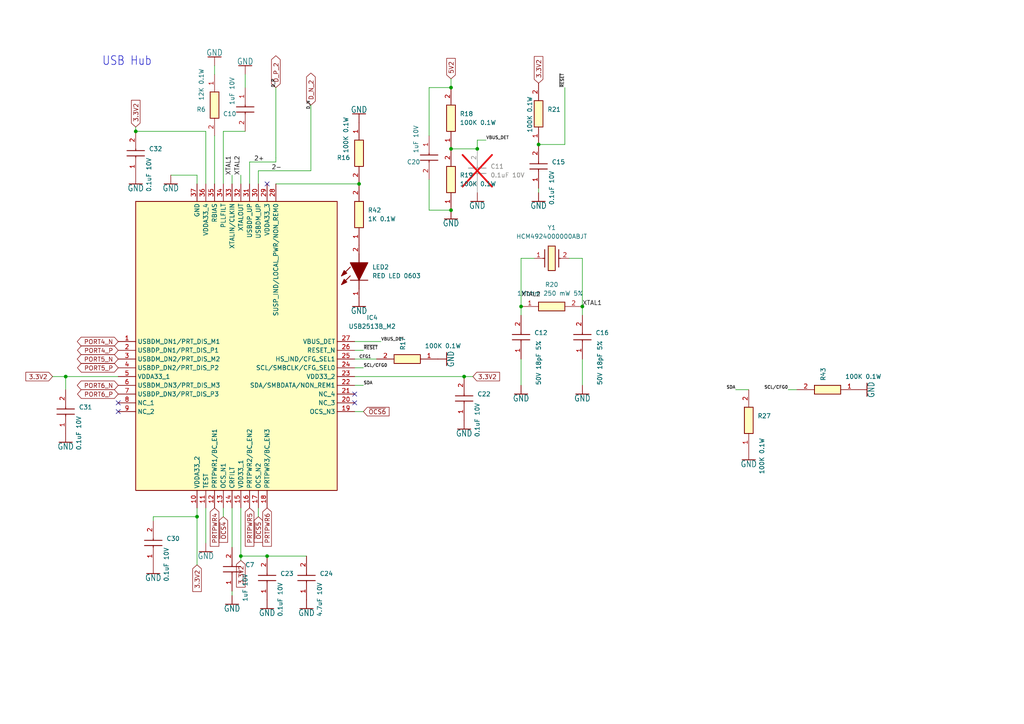
<source format=kicad_sch>
(kicad_sch (version 20230121) (generator eeschema)
  (paper "A4")
  (lib_symbols
    (symbol "Qwiic-USB_Hub-eagle-import:GND" (power)
      (property "Value" "GND" (at 0 -0.254 0))
      (symbol "GND_1_0"
        (polyline (pts (xy -1.905 0) (xy 1.905 0)) (stroke (width 0.254)))
        (pin power_in line (at 0 2.54 270) (length 2.54) (name "GND") (number "1"))
      )
    )
    (symbol "SamacSys_Parts:06035A180J4T2A" (pin_names hide)
      (property "Reference" "C" (at 8.89 6.35 0))
      (property "Value" "06035A180J4T2A" (at 8.89 3.81 0))
      (symbol "06035A180J4T2A_1_1"
        (polyline (pts (xy 5.08 0) (xy 5.588 0)) (stroke (width 0.254)))
        (polyline (pts (xy 5.588 2.54) (xy 5.588 -2.54)) (stroke (width 0.254)))
        (polyline (pts (xy 7.112 0) (xy 7.62 0)) (stroke (width 0.254)))
        (polyline (pts (xy 7.112 2.54) (xy 7.112 -2.54)) (stroke (width 0.254)))
        (pin passive line (at 0 0 0) (length 5.08) (name "1") (number "1"))
        (pin passive line (at 12.7 0 180) (length 5.08) (name "2") (number "2"))
      )
    )
    (symbol "SamacSys_Parts:B1931URO-20D000114U1930" (pin_names hide)
      (property "Reference" "LED" (at 12.7 8.89 0))
      (property "Value" "B1931URO-20D000114U1930" (at 12.7 6.35 0))
      (symbol "B1931URO-20D000114U1930_1_1"
        (polyline (pts (xy 2.54 0) (xy 5.08 0)) (stroke (width 0.254)))
        (polyline (pts (xy 5.08 2.54) (xy 5.08 -2.54)) (stroke (width 0.254)))
        (polyline (pts (xy 6.35 2.54) (xy 3.81 5.08)) (stroke (width 0.254)))
        (polyline (pts (xy 8.89 2.54) (xy 6.35 5.08)) (stroke (width 0.254)))
        (polyline (pts (xy 10.16 0) (xy 12.7 0)) (stroke (width 0.254)))
        (polyline (pts (xy 5.08 0) (xy 10.16 2.54) (xy 10.16 -2.54) (xy 5.08 0)) (stroke (width 0.254)) (fill (type outline)))
        (polyline (pts (xy 5.334 4.318) (xy 4.572 3.556) (xy 3.81 5.08) (xy 5.334 4.318)) (stroke (width 0.254)) (fill (type outline)))
        (polyline (pts (xy 7.874 4.318) (xy 7.112 3.556) (xy 6.35 5.08) (xy 7.874 4.318)) (stroke (width 0.254)) (fill (type outline)))
        (pin passive line (at 0 0 0) (length 2.54) (name "K") (number "1"))
        (pin passive line (at 15.24 0 180) (length 2.54) (name "A") (number "2"))
      )
    )
    (symbol "SamacSys_Parts:C0603T104K8RAC7867" (pin_names hide)
      (property "Reference" "C" (at 8.89 6.35 0))
      (property "Value" "C0603T104K8RAC7867" (at 8.89 3.81 0))
      (symbol "C0603T104K8RAC7867_1_1"
        (polyline (pts (xy 5.08 0) (xy 5.588 0)) (stroke (width 0.254)))
        (polyline (pts (xy 5.588 2.54) (xy 5.588 -2.54)) (stroke (width 0.254)))
        (polyline (pts (xy 7.112 0) (xy 7.62 0)) (stroke (width 0.254)))
        (polyline (pts (xy 7.112 2.54) (xy 7.112 -2.54)) (stroke (width 0.254)))
        (pin passive line (at 0 0 0) (length 5.08) (name "1") (number "1"))
        (pin passive line (at 12.7 0 180) (length 5.08) (name "2") (number "2"))
      )
    )
    (symbol "SamacSys_Parts:ERJ-PA3J105V" (pin_names hide)
      (property "Reference" "R" (at 13.97 6.35 0))
      (property "Value" "ERJ-PA3J105V" (at 13.97 3.81 0))
      (symbol "ERJ-PA3J105V_1_1"
        (rectangle (start 5.08 1.27) (end 12.7 -1.27) (stroke (width 0.254)) (fill (type background)))
        (pin passive line (at 0 0 0) (length 5.08) (name "1") (number "1"))
        (pin passive line (at 17.78 0 180) (length 5.08) (name "2") (number "2"))
      )
    )
    (symbol "SamacSys_Parts:HCM4924000000ABJT" (pin_names hide)
      (property "Reference" "Y" (at 8.89 6.35 0))
      (property "Value" "HCM4924000000ABJT" (at 8.89 3.81 0))
      (symbol "HCM4924000000ABJT_1_1"
        (polyline (pts (xy 3.048 0) (xy 2.54 0)) (stroke (width 0.254)))
        (polyline (pts (xy 3.048 2.54) (xy 3.048 -2.54)) (stroke (width 0.254)))
        (polyline (pts (xy 7.112 0) (xy 7.62 0)) (stroke (width 0.254)))
        (polyline (pts (xy 7.112 2.54) (xy 7.112 -2.54)) (stroke (width 0.254)))
        (rectangle (start 4.064 3.556) (end 6.096 -3.556) (stroke (width 0.254)) (fill (type background)))
        (pin passive line (at 10.16 0 180) (length 2.54) (name "1") (number "1"))
        (pin passive line (at 0 0 0) (length 2.54) (name "CRYSTAL_2") (number "2"))
      )
    )
    (symbol "SamacSys_Parts:RMCF0603FT100K" (pin_names hide)
      (property "Reference" "R" (at 13.97 6.35 0))
      (property "Value" "RMCF0603FT100K" (at 13.97 3.81 0))
      (symbol "RMCF0603FT100K_1_1"
        (rectangle (start 5.08 1.27) (end 12.7 -1.27) (stroke (width 0.254)) (fill (type background)))
        (pin passive line (at 0 0 0) (length 5.08) (name "1") (number "1"))
        (pin passive line (at 17.78 0 180) (length 5.08) (name "2") (number "2"))
      )
    )
    (symbol "SamacSys_Parts:RMCF0603FT12K0" (pin_names hide)
      (property "Reference" "R" (at 13.97 6.35 0))
      (property "Value" "RMCF0603FT12K0" (at 13.97 3.81 0))
      (symbol "RMCF0603FT12K0_1_1"
        (rectangle (start 5.08 1.27) (end 12.7 -1.27) (stroke (width 0.254)) (fill (type background)))
        (pin passive line (at 0 0 0) (length 5.08) (name "1") (number "1"))
        (pin passive line (at 17.78 0 180) (length 5.08) (name "2") (number "2"))
      )
    )
    (symbol "SamacSys_Parts:RMCF0603FT1K00" (pin_names hide)
      (property "Reference" "R" (at 13.97 6.35 0))
      (property "Value" "RMCF0603FT1K00" (at 13.97 3.81 0))
      (symbol "RMCF0603FT1K00_1_1"
        (rectangle (start 5.08 1.27) (end 12.7 -1.27) (stroke (width 0.254)) (fill (type background)))
        (pin passive line (at 0 0 0) (length 5.08) (name "1") (number "1"))
        (pin passive line (at 17.78 0 180) (length 5.08) (name "2") (number "2"))
      )
    )
    (symbol "SamacSys_Parts:USB2513B_M2"
      (property "Reference" "IC" (at 64.77 45.72 0))
      (property "Value" "USB2513B_M2" (at 64.77 43.18 0))
      (symbol "USB2513B_M2_1_1"
        (rectangle (start 5.08 40.64) (end 63.5 -43.18) (stroke (width 0.254)) (fill (type background)))
        (pin passive line (at 0 0 0) (length 5.08) (name "USBDM_DN1/PRT_DIS_M1") (number "1"))
        (pin passive line (at 22.86 -48.26 90) (length 5.08) (name "VDDA33_2") (number "10"))
        (pin passive line (at 25.4 -48.26 90) (length 5.08) (name "TEST") (number "11"))
        (pin passive line (at 27.94 -48.26 90) (length 5.08) (name "PRTPWR1/BC_EN1") (number "12"))
        (pin passive line (at 30.48 -48.26 90) (length 5.08) (name "OCS_N1") (number "13"))
        (pin passive line (at 33.02 -48.26 90) (length 5.08) (name "CRFILT") (number "14"))
        (pin passive line (at 35.56 -48.26 90) (length 5.08) (name "VDD33_1") (number "15"))
        (pin passive line (at 38.1 -48.26 90) (length 5.08) (name "PRTPWR2/BC_EN2") (number "16"))
        (pin passive line (at 40.64 -48.26 90) (length 5.08) (name "OCS_N2") (number "17"))
        (pin passive line (at 43.18 -48.26 90) (length 5.08) (name "PRTPWR3/BC_EN3") (number "18"))
        (pin passive line (at 68.58 -20.32 180) (length 5.08) (name "OCS_N3") (number "19"))
        (pin passive line (at 0 -2.54 0) (length 5.08) (name "USBDP_DN1/PRT_DIS_P1") (number "2"))
        (pin passive line (at 68.58 -17.78 180) (length 5.08) (name "NC_3") (number "20"))
        (pin passive line (at 68.58 -15.24 180) (length 5.08) (name "NC_4") (number "21"))
        (pin passive line (at 68.58 -12.7 180) (length 5.08) (name "SDA/SMBDATA/NON_REM1") (number "22"))
        (pin passive line (at 68.58 -10.16 180) (length 5.08) (name "VDD33_2") (number "23"))
        (pin passive line (at 68.58 -7.62 180) (length 5.08) (name "SCL/SMBCLK/CFG_SEL0") (number "24"))
        (pin passive line (at 68.58 -5.08 180) (length 5.08) (name "HS_IND/CFG_SEL1") (number "25"))
        (pin passive line (at 68.58 -2.54 180) (length 5.08) (name "RESET_N") (number "26"))
        (pin passive line (at 68.58 0 180) (length 5.08) (name "VBUS_DET") (number "27"))
        (pin passive line (at 45.72 45.72 270) (length 5.08) (name "SUSP_IND/LOCAL_PWR/NON_REM0") (number "28"))
        (pin passive line (at 43.18 45.72 270) (length 5.08) (name "VDDA33_3") (number "29"))
        (pin passive line (at 0 -5.08 0) (length 5.08) (name "USBDM_DN2/PRT_DIS_M2") (number "3"))
        (pin passive line (at 40.64 45.72 270) (length 5.08) (name "USBDM_UP") (number "30"))
        (pin passive line (at 38.1 45.72 270) (length 5.08) (name "USBDP_UP") (number "31"))
        (pin passive line (at 35.56 45.72 270) (length 5.08) (name "XTALOUT") (number "32"))
        (pin passive line (at 33.02 45.72 270) (length 5.08) (name "XTALIN/CLKIN") (number "33"))
        (pin passive line (at 30.48 45.72 270) (length 5.08) (name "PLLFILT") (number "34"))
        (pin passive line (at 27.94 45.72 270) (length 5.08) (name "RBIAS") (number "35"))
        (pin passive line (at 25.4 45.72 270) (length 5.08) (name "VDDA33_4") (number "36"))
        (pin passive line (at 22.86 45.72 270) (length 5.08) (name "GND") (number "37"))
        (pin passive line (at 0 -7.62 0) (length 5.08) (name "USBDP_DN2/PRT_DIS_P2") (number "4"))
        (pin passive line (at 0 -10.16 0) (length 5.08) (name "VDDA33_1") (number "5"))
        (pin passive line (at 0 -12.7 0) (length 5.08) (name "USBDM_DN3/PRT_DIS_M3") (number "6"))
        (pin passive line (at 0 -15.24 0) (length 5.08) (name "USBDP_DN3/PRT_DIS_P3") (number "7"))
        (pin passive line (at 0 -17.78 0) (length 5.08) (name "NC_1") (number "8"))
        (pin passive line (at 0 -20.32 0) (length 5.08) (name "NC_2") (number "9"))
      )
    )
  )
  (junction (at 77.47 161.29))
  (junction (at 151.13 88.9))
  (junction (at 130.81 25.4))
  (junction (at 130.81 43.18))
  (junction (at 138.43 43.18))
  (junction (at 39.37 38.1))
  (junction (at 156.21 41.91))
  (junction (at 57.15 149.86))
  (junction (at 19.05 109.22))
  (junction (at 168.91 88.9))
  (junction (at 130.81 60.96))
  (junction (at 69.85 161.29))
  (junction (at 104.14 53.34))
  (junction (at 134.62 109.22))
  (no_connect (at 34.29 116.84))
  (no_connect (at 102.87 116.84))
  (no_connect (at 102.87 114.3))
  (no_connect (at 77.47 53.34))
  (no_connect (at 34.29 119.38))
  (wire (pts (xy 71.12 38.1) (xy 64.77 38.1)))
  (wire (pts (xy 67.31 172.72) (xy 67.31 171.45)) (stroke (width 0.1524)))
  (wire (pts (xy 15.24 109.22) (xy 19.05 109.22)))
  (wire (pts (xy 39.37 36.83) (xy 39.37 38.1)))
  (wire (pts (xy 57.15 50.8) (xy 57.15 53.34)))
  (wire (pts (xy 130.81 60.96) (xy 124.46 60.96)))
  (wire (pts (xy 168.91 74.93) (xy 168.91 88.9)))
  (wire (pts (xy 168.91 104.14) (xy 168.91 111.76)) (stroke (width 0.1524)))
  (wire (pts (xy 102.87 99.06) (xy 110.49 99.06)) (stroke (width 0.1524)))
  (wire (pts (xy 156.21 55.88) (xy 156.21 54.61)) (stroke (width 0.1524)))
  (wire (pts (xy 124.46 39.37) (xy 124.46 25.4)))
  (wire (pts (xy 59.69 157.48) (xy 59.69 147.32)))
  (wire (pts (xy 59.69 38.1) (xy 59.69 53.34)))
  (wire (pts (xy 57.15 149.86) (xy 57.15 147.32)))
  (wire (pts (xy 137.16 109.22) (xy 134.62 109.22)))
  (wire (pts (xy 69.85 161.29) (xy 77.47 161.29)))
  (wire (pts (xy 19.05 109.22) (xy 19.05 113.03)))
  (wire (pts (xy 39.37 38.1) (xy 59.69 38.1)))
  (wire (pts (xy 72.39 46.99) (xy 72.39 53.34)))
  (wire (pts (xy 138.43 40.64) (xy 138.43 43.18)) (stroke (width 0.1524)))
  (wire (pts (xy 165.1 74.93) (xy 168.91 74.93)))
  (wire (pts (xy 69.85 161.29) (xy 69.85 162.56)))
  (wire (pts (xy 124.46 60.96) (xy 124.46 52.07)))
  (wire (pts (xy 64.77 38.1) (xy 64.77 53.34)))
  (wire (pts (xy 67.31 50.8) (xy 67.31 53.34)))
  (wire (pts (xy 151.13 104.14) (xy 151.13 111.76)) (stroke (width 0.1524)))
  (wire (pts (xy 104.14 53.34) (xy 80.01 53.34)))
  (wire (pts (xy 69.85 147.32) (xy 69.85 161.29)))
  (wire (pts (xy 102.87 104.14) (xy 109.22 104.14)))
  (wire (pts (xy 80.01 45.72) (xy 80.01 46.99)))
  (wire (pts (xy 74.93 147.32) (xy 74.93 149.86)) (stroke (width 0.1524)))
  (wire (pts (xy 231.14 113.03) (xy 228.6 113.03)) (stroke (width 0.1524)))
  (wire (pts (xy 80.01 46.99) (xy 72.39 46.99)))
  (wire (pts (xy 134.62 109.22) (xy 102.87 109.22)))
  (wire (pts (xy 102.87 106.68) (xy 105.41 106.68)) (stroke (width 0.1524)))
  (wire (pts (xy 168.91 88.9) (xy 168.91 91.44)))
  (wire (pts (xy 163.83 41.91) (xy 156.21 41.91)) (stroke (width 0.1524)))
  (wire (pts (xy 80.01 25.4) (xy 80.01 45.72)) (stroke (width 0.1524)))
  (wire (pts (xy 74.93 49.53) (xy 74.93 53.34)))
  (wire (pts (xy 90.17 49.53) (xy 74.93 49.53)))
  (wire (pts (xy 102.87 119.38) (xy 105.41 119.38)) (stroke (width 0.1524)))
  (wire (pts (xy 90.17 30.48) (xy 90.17 49.53)))
  (wire (pts (xy 154.94 74.93) (xy 151.13 74.93)))
  (wire (pts (xy 130.81 43.18) (xy 138.43 43.18)) (stroke (width 0.1524)))
  (wire (pts (xy 130.81 22.86) (xy 130.81 25.4)))
  (wire (pts (xy 151.13 88.9) (xy 151.13 91.44)) (stroke (width 0.1524)))
  (wire (pts (xy 138.43 40.64) (xy 140.97 40.64)) (stroke (width 0.1524)))
  (wire (pts (xy 102.87 101.6) (xy 105.41 101.6)) (stroke (width 0.1524)))
  (wire (pts (xy 62.23 19.05) (xy 62.23 21.59)))
  (wire (pts (xy 44.45 149.86) (xy 57.15 149.86)))
  (wire (pts (xy 64.77 147.32) (xy 64.77 149.86)) (stroke (width 0.1524)))
  (wire (pts (xy 77.47 161.29) (xy 88.9 161.29)))
  (wire (pts (xy 213.36 113.03) (xy 217.17 113.03)))
  (wire (pts (xy 62.23 39.37) (xy 62.23 53.34)))
  (wire (pts (xy 67.31 147.32) (xy 67.31 158.75)) (stroke (width 0.1524)))
  (wire (pts (xy 19.05 109.22) (xy 34.29 109.22)))
  (wire (pts (xy 71.12 21.59) (xy 71.12 25.4)) (stroke (width 0.1524)))
  (wire (pts (xy 49.53 50.8) (xy 57.15 50.8)))
  (wire (pts (xy 124.46 25.4) (xy 130.81 25.4)))
  (wire (pts (xy 57.15 163.83) (xy 57.15 149.86)))
  (wire (pts (xy 151.13 74.93) (xy 151.13 88.9)))
  (wire (pts (xy 163.83 25.4) (xy 163.83 41.91)) (stroke (width 0.1524)))
  (wire (pts (xy 44.45 151.13) (xy 44.45 149.86)))
  (wire (pts (xy 102.87 111.76) (xy 105.41 111.76)) (stroke (width 0.1524)))
  (wire (pts (xy 69.85 50.8) (xy 69.85 53.34)))
  (text "USB Hub" (at 36.83 17.78 0) (effects (font (size 2.54 2.159))))
  (label "2+" (at 73.66 46.99 0))
  (label "XTAL2" (at 151.13 86.36 0))
  (label "SCL/CFG0" (at 105.41 106.68 0) (effects (font (size 0.889 0.889))))
  (label "D_N" (at 90.17 31.75 90) (effects (font (size 0.889 0.889))))
  (label "XTAL2" (at 69.85 50.8 90))
  (label "XTAL1" (at 168.91 88.9 0))
  (label "VBUS_DET" (at 110.49 99.06 0) (effects (font (size 0.889 0.889))))
  (label "SDA" (at 105.41 111.76 0) (effects (font (size 0.889 0.889))))
  (label "~{RESET}" (at 105.41 101.6 0) (effects (font (size 0.889 0.889))))
  (label "SCL/CFG0" (at 228.6 113.03 180) (effects (font (size 0.889 0.889))))
  (label "SDA" (at 213.36 113.03 180) (effects (font (size 0.889 0.889))))
  (label "CFG1" (at 104.14 104.14 0) (effects (font (size 0.889 0.889))))
  (label "2-" (at 78.74 49.53 0))
  (label "XTAL1" (at 67.31 50.8 90))
  (label "~{RESET}" (at 163.83 25.4 90) (effects (font (size 0.889 0.889))))
  (label "D_P" (at 80.01 25.4 90) (effects (font (size 0.889 0.889))))
  (label "VBUS_DET" (at 140.97 40.64 0) (effects (font (size 0.889 0.889))))
  (global_label "PRTPWR5" (shape input) (at 72.39 147.32 270) (property "Intersheetrefs" "${INTERSHEET_REFS}" (effects hide)))
  (global_label "PORT5_N" (shape bidirectional) (at 34.29 104.14 180) (property "Intersheetrefs" "${INTERSHEET_REFS}" (effects hide)))
  (global_label "3.3V2" (shape input) (at 39.37 36.83 90) (property "Intersheetrefs" "${INTERSHEET_REFS}" (effects hide)))
  (global_label "D_N_2" (shape bidirectional) (at 90.17 30.48 90) (property "Intersheetrefs" "${INTERSHEET_REFS}" (effects hide)))
  (global_label "PRTPWR6" (shape input) (at 77.47 147.32 270) (property "Intersheetrefs" "${INTERSHEET_REFS}" (effects hide)))
  (global_label "PRTPWR4" (shape input) (at 62.23 147.32 270) (property "Intersheetrefs" "${INTERSHEET_REFS}" (effects hide)))
  (global_label "~{OCS6}" (shape input) (at 105.41 119.38 0) (property "Intersheetrefs" "${INTERSHEET_REFS}" (effects hide)))
  (global_label "~{OCS5}" (shape input) (at 74.93 149.86 270) (property "Intersheetrefs" "${INTERSHEET_REFS}" (effects hide)))
  (global_label "3.3V2" (shape input) (at 57.15 163.83 270) (property "Intersheetrefs" "${INTERSHEET_REFS}" (effects hide)))
  (global_label "3.3V2" (shape input) (at 137.16 109.22 0) (property "Intersheetrefs" "${INTERSHEET_REFS}" (effects hide)))
  (global_label "PORT4_P" (shape bidirectional) (at 34.29 101.6 180) (property "Intersheetrefs" "${INTERSHEET_REFS}" (effects hide)))
  (global_label "3.3V2" (shape input) (at 156.21 24.13 90) (property "Intersheetrefs" "${INTERSHEET_REFS}" (effects hide)))
  (global_label "PORT5_P" (shape bidirectional) (at 34.29 106.68 180) (property "Intersheetrefs" "${INTERSHEET_REFS}" (effects hide)))
  (global_label "~{OCS4}" (shape input) (at 64.77 149.86 270) (property "Intersheetrefs" "${INTERSHEET_REFS}" (effects hide)))
  (global_label "PORT6_P" (shape bidirectional) (at 34.29 114.3 180) (property "Intersheetrefs" "${INTERSHEET_REFS}" (effects hide)))
  (global_label "3.3V2" (shape input) (at 69.85 162.56 270) (property "Intersheetrefs" "${INTERSHEET_REFS}" (effects hide)))
  (global_label "3.3V2" (shape input) (at 15.24 109.22 180) (property "Intersheetrefs" "${INTERSHEET_REFS}" (effects hide)))
  (global_label "PORT6_N" (shape bidirectional) (at 34.29 111.76 180) (property "Intersheetrefs" "${INTERSHEET_REFS}" (effects hide)))
  (global_label "PORT4_N" (shape bidirectional) (at 34.29 99.06 180) (property "Intersheetrefs" "${INTERSHEET_REFS}" (effects hide)))
  (global_label "5V2" (shape input) (at 130.81 22.86 90) (property "Intersheetrefs" "${INTERSHEET_REFS}" (effects hide)))
  (global_label "D_P_2" (shape bidirectional) (at 80.01 25.4 90) (property "Intersheetrefs" "${INTERSHEET_REFS}" (effects hide)))
  (symbol (lib_id "SamacSys_Parts:06035A180J4T2A") (at 151.13 104.14 90) (unit 1)
    (property "Reference" "C12" (at 154.94 96.52 90) (effects (justify right)))
    (property "Value" "50V 18pF 5% " (at 156.21 97.79 0) (effects (justify right)))
    (property "Footprint" "CAPC1608X90N" (effects hide))
    (property "Datasheet" "https://componentsearchengine.com/Datasheets/1/06031A100FAT2A.pdf" (effects hide))
    (property "Height" "0.9" (effects hide))
    (property "Manufacturer_Name" "AVX" (effects hide))
    (property "Manufacturer_Part_Number" "06035A180J4T2A" (effects hide))
    (property "Mouser Part Number" "581-06035A180J4T2A" (effects hide))
    (property "Mouser Price/Stock" "https://www.mouser.co.uk/ProductDetail/AVX/06035A180J4T2A?qs=Q0wCMCRSJ1tlgKsEfw0uTA%3D%3D" (effects hide))
    (property "Arrow Part Number" "06035A180J4T2A" (effects hide))
    (property "Arrow Price/Stock" "https://www.arrow.com/en/products/06035a180j4t2a/avx" (effects hide))
  )
  (symbol (lib_id "Qwiic-USB_Hub-eagle-import:GND") (at 49.53 53.34 0) (unit 1)
    (property "Reference" "#GND018" (effects hide))
    (property "Value" "GND" (at 49.53 53.594 0) (effects (font (size 1.778 1.5113)) (justify top)))
  )
  (symbol (lib_id "Qwiic-USB_Hub-eagle-import:GND") (at 67.31 175.26 0) (unit 1)
    (property "Reference" "#GND023" (effects hide))
    (property "Value" "GND" (at 67.31 175.514 0) (effects (font (size 1.778 1.5113)) (justify top)))
  )
  (symbol (lib_id "Qwiic-USB_Hub-eagle-import:GND") (at 39.37 53.34 0) (unit 1)
    (property "Reference" "#GND072" (effects hide))
    (property "Value" "GND" (at 39.37 53.594 0) (effects (font (size 1.778 1.5113)) (justify top)))
  )
  (symbol (lib_id "Qwiic-USB_Hub-eagle-import:GND") (at 104.14 33.02 180) (unit 1)
    (property "Reference" "#GND027" (effects hide))
    (property "Value" "GND" (at 104.14 32.766 0) (effects (font (size 1.778 1.5113)) (justify top)))
  )
  (symbol (lib_id "SamacSys_Parts:C0603T104K8RAC7867") (at 134.62 121.92 90) (unit 1)
    (property "Reference" "C22" (at 138.43 114.3 90) (effects (justify right)))
    (property "Value" "0.1uF 10V" (at 138.43 116.84 0) (effects (justify right)))
    (property "Footprint" "CAPC1608X87N" (effects hide))
    (property "Datasheet" "https://gr.mouser.com/datasheet/2/212/KEM_C1027_X7R_COTS_SMD-1099449.pdf" (effects hide))
    (property "Height" "0.87" (effects hide))
    (property "Manufacturer_Name" "KEMET" (effects hide))
    (property "Manufacturer_Part_Number" "C0603T104K8RAC7867" (effects hide))
    (property "Mouser Part Number" "80-C0603T104K8RACTU" (effects hide))
    (property "Mouser Price/Stock" "https://www.mouser.co.uk/ProductDetail/KEMET/C0603T104K8RAC7867/?qs=u16ybLDytRacEvii9M2jow%3D%3D" (effects hide))
  )
  (symbol (lib_id "SamacSys_Parts:RMCF0603FT100K") (at 217.17 130.81 90) (unit 1)
    (property "Reference" "R27" (at 219.71 120.65 90) (effects (justify right)))
    (property "Value" "100K 0.1W" (at 220.98 127 0) (effects (justify right)))
    (property "Footprint" "RESC1608X55N" (effects hide))
    (property "Datasheet" "https://www.seielect.com/Catalog/SEI-RMCF_RMCP.pdf" (effects hide))
    (property "Height" "0.55" (effects hide))
    (property "Manufacturer_Name" "Stackpole Electronics, Inc." (effects hide))
    (property "Manufacturer_Part_Number" "RMCF0603FT100K" (effects hide))
    (property "Mouser Part Number" "708-RMCF0603FT100K" (effects hide))
    (property "Mouser Price/Stock" "https://www.mouser.co.uk/ProductDetail/SEI-Stackpole/RMCF0603FT100K?qs=MyNHzdoqoQJaOoUDs3M%252BVg%3D%3D" (effects hide))
    (property "Arrow Part Number" "RMCF0603FT100K" (effects hide))
    (property "Arrow Price/Stock" "https://www.arrow.com/en/products/rmcf0603ft100k/stackpole-electronics?region=nac" (effects hide))
  )
  (symbol (lib_id "SamacSys_Parts:C0603T104K8RAC7867") (at 77.47 173.99 90) (unit 1)
    (property "Reference" "C23" (at 81.28 166.37 90) (effects (justify right)))
    (property "Value" "0.1uF 10V" (at 81.28 168.91 0) (effects (justify right)))
    (property "Footprint" "CAPC1608X87N" (effects hide))
    (property "Datasheet" "https://gr.mouser.com/datasheet/2/212/KEM_C1027_X7R_COTS_SMD-1099449.pdf" (effects hide))
    (property "Height" "0.87" (effects hide))
    (property "Manufacturer_Name" "KEMET" (effects hide))
    (property "Manufacturer_Part_Number" "C0603T104K8RAC7867" (effects hide))
    (property "Mouser Part Number" "80-C0603T104K8RACTU" (effects hide))
    (property "Mouser Price/Stock" "https://www.mouser.co.uk/ProductDetail/KEMET/C0603T104K8RAC7867/?qs=u16ybLDytRacEvii9M2jow%3D%3D" (effects hide))
  )
  (symbol (lib_id "SamacSys_Parts:RMCF0603FT100K") (at 248.92 113.03 180) (unit 1)
    (property "Reference" "R43" (at 238.76 110.49 90) (effects (justify right)))
    (property "Value" "100K 0.1W" (at 245.11 109.22 0) (effects (justify right)))
    (property "Footprint" "RESC1608X55N" (effects hide))
    (property "Datasheet" "https://www.seielect.com/Catalog/SEI-RMCF_RMCP.pdf" (effects hide))
    (property "Height" "0.55" (effects hide))
    (property "Manufacturer_Name" "Stackpole Electronics, Inc." (effects hide))
    (property "Manufacturer_Part_Number" "RMCF0603FT100K" (effects hide))
    (property "Mouser Part Number" "708-RMCF0603FT100K" (effects hide))
    (property "Mouser Price/Stock" "https://www.mouser.co.uk/ProductDetail/SEI-Stackpole/RMCF0603FT100K?qs=MyNHzdoqoQJaOoUDs3M%252BVg%3D%3D" (effects hide))
    (property "Arrow Part Number" "RMCF0603FT100K" (effects hide))
    (property "Arrow Price/Stock" "https://www.arrow.com/en/products/rmcf0603ft100k/stackpole-electronics?region=nac" (effects hide))
  )
  (symbol (lib_id "SamacSys_Parts:RMCF0603FT12K0") (at 62.23 21.59 270) (unit 1)
    (property "Reference" "R6" (at 59.69 31.75 90) (effects (justify right)))
    (property "Value" "12K 0.1W" (at 58.42 29.21 0) (effects (justify right)))
    (property "Footprint" "RESC1608X55N" (effects hide))
    (property "Datasheet" "https://www.seielect.com/Catalog/SEI-RMCF_RMCP.pdf" (effects hide))
    (property "Height" "0.55" (effects hide))
    (property "Manufacturer_Name" "Stackpole Electronics, Inc." (effects hide))
    (property "Manufacturer_Part_Number" "RMCF0603FT12K0" (effects hide))
    (property "Arrow Part Number" "RMCF0603FT12K0" (effects hide))
    (property "Arrow Price/Stock" "https://www.arrow.com/en/products/rmcf0603ft12k0/stackpole-electronics?region=nac" (effects hide))
  )
  (symbol (lib_id "SamacSys_Parts:C0603T104K8RAC7867") (at 44.45 163.83 90) (unit 1)
    (property "Reference" "C30" (at 48.26 156.21 90) (effects (justify right)))
    (property "Value" "0.1uF 10V" (at 48.26 158.75 0) (effects (justify right)))
    (property "Footprint" "CAPC1608X87N" (effects hide))
    (property "Datasheet" "https://gr.mouser.com/datasheet/2/212/KEM_C1027_X7R_COTS_SMD-1099449.pdf" (effects hide))
    (property "Height" "0.87" (effects hide))
    (property "Manufacturer_Name" "KEMET" (effects hide))
    (property "Manufacturer_Part_Number" "C0603T104K8RAC7867" (effects hide))
    (property "Mouser Part Number" "80-C0603T104K8RACTU" (effects hide))
    (property "Mouser Price/Stock" "https://www.mouser.co.uk/ProductDetail/KEMET/C0603T104K8RAC7867/?qs=u16ybLDytRacEvii9M2jow%3D%3D" (effects hide))
  )
  (symbol (lib_id "SamacSys_Parts:USB2513B_M2") (at 34.29 99.06 0) (unit 1)
    (property "Reference" "IC4" (at 107.95 92.1319 0))
    (property "Value" "USB2513B_M2" (at 107.95 94.6719 0))
    (property "Footprint" "QFN50P600X600X100-37N-D" (effects hide))
    (property "Datasheet" "http://www.microchip.com/mymicrochip/filehandler.aspx?ddocname=en562310" (effects hide))
    (property "Height" "1" (effects hide))
    (property "Manufacturer_Name" "Microchip" (effects hide))
    (property "Manufacturer_Part_Number" "USB2513B/M2" (effects hide))
    (property "Mouser Part Number" "579-USB2513B/M2" (effects hide))
    (property "Mouser Price/Stock" "https://www.mouser.co.uk/ProductDetail/Microchip-Technology/USB2513B-M2?qs=uus7iwvxYD8fly9xV9Wytg%3D%3D" (effects hide))
    (property "Arrow Part Number" "USB2513B/M2" (effects hide))
    (property "Arrow Price/Stock" "https://www.arrow.com/en/products/usb2513bm2/microchip-technology?region=europe" (effects hide))
  )
  (symbol (lib_id "Qwiic-USB_Hub-eagle-import:GND") (at 104.14 88.9 0) (unit 1)
    (property "Reference" "#GND055" (effects hide))
    (property "Value" "GND" (at 104.14 89.154 0) (effects (font (size 1.778 1.5113)) (justify top)))
  )
  (symbol (lib_id "SamacSys_Parts:RMCF0603FT100K") (at 104.14 35.56 270) (unit 1)
    (property "Reference" "R16" (at 101.6 45.72 90) (effects (justify right)))
    (property "Value" "100K 0.1W" (at 100.33 44.45 0) (effects (justify right)))
    (property "Footprint" "RESC1608X55N" (effects hide))
    (property "Datasheet" "https://www.seielect.com/Catalog/SEI-RMCF_RMCP.pdf" (effects hide))
    (property "Height" "0.55" (effects hide))
    (property "Manufacturer_Name" "Stackpole Electronics, Inc." (effects hide))
    (property "Manufacturer_Part_Number" "RMCF0603FT100K" (effects hide))
    (property "Mouser Part Number" "708-RMCF0603FT100K" (effects hide))
    (property "Mouser Price/Stock" "https://www.mouser.co.uk/ProductDetail/SEI-Stackpole/RMCF0603FT100K?qs=MyNHzdoqoQJaOoUDs3M%252BVg%3D%3D" (effects hide))
    (property "Arrow Part Number" "RMCF0603FT100K" (effects hide))
    (property "Arrow Price/Stock" "https://www.arrow.com/en/products/rmcf0603ft100k/stackpole-electronics?region=nac" (effects hide))
  )
  (symbol (lib_id "SamacSys_Parts:C0603T104K8RAC7867") (at 19.05 125.73 90) (unit 1)
    (property "Reference" "C31" (at 22.86 118.11 90) (effects (justify right)))
    (property "Value" "0.1uF 10V" (at 22.86 120.65 0) (effects (justify right)))
    (property "Footprint" "CAPC1608X87N" (effects hide))
    (property "Datasheet" "https://gr.mouser.com/datasheet/2/212/KEM_C1027_X7R_COTS_SMD-1099449.pdf" (effects hide))
    (property "Height" "0.87" (effects hide))
    (property "Manufacturer_Name" "KEMET" (effects hide))
    (property "Manufacturer_Part_Number" "C0603T104K8RAC7867" (effects hide))
    (property "Mouser Part Number" "80-C0603T104K8RACTU" (effects hide))
    (property "Mouser Price/Stock" "https://www.mouser.co.uk/ProductDetail/KEMET/C0603T104K8RAC7867/?qs=u16ybLDytRacEvii9M2jow%3D%3D" (effects hide))
  )
  (symbol (lib_id "Qwiic-USB_Hub-eagle-import:GND") (at 217.17 133.35 0) (unit 1)
    (property "Reference" "#GND074" (effects hide))
    (property "Value" "GND" (at 217.17 133.604 0) (effects (font (size 1.778 1.5113)) (justify top)))
  )
  (symbol (lib_id "Qwiic-USB_Hub-eagle-import:GND") (at 19.05 128.27 0) (unit 1)
    (property "Reference" "#GND071" (effects hide))
    (property "Value" "GND" (at 19.05 128.524 0) (effects (font (size 1.778 1.5113)) (justify top)))
  )
  (symbol (lib_id "SamacSys_Parts:C0603T104K8RAC7867") (at 71.12 25.4 270) (unit 1)
    (property "Reference" "C10" (at 68.58 33.02 90) (effects (justify right)))
    (property "Value" "1uF 10V" (at 67.31 30.48 0) (effects (justify right)))
    (property "Footprint" "CAPC1608X87N" (effects hide))
    (property "Datasheet" "https://gr.mouser.com/datasheet/2/212/KEM_C1027_X7R_COTS_SMD-1099449.pdf" (effects hide))
    (property "Height" "0.87" (effects hide))
    (property "Manufacturer_Name" "KEMET" (effects hide))
    (property "Manufacturer_Part_Number" "C0603T104K8RAC7867" (effects hide))
    (property "Mouser Part Number" "80-C0603T104K8RACTU" (effects hide))
    (property "Mouser Price/Stock" "https://www.mouser.co.uk/ProductDetail/KEMET/C0603T104K8RAC7867/?qs=u16ybLDytRacEvii9M2jow%3D%3D" (effects hide))
  )
  (symbol (lib_id "SamacSys_Parts:RMCF0603FT100K") (at 156.21 41.91 90) (unit 1)
    (property "Reference" "R21" (at 158.75 31.75 90) (effects (justify right)))
    (property "Value" "100K 0.1W" (at 153.67 27.94 0) (effects (justify right)))
    (property "Footprint" "RESC1608X55N" (effects hide))
    (property "Datasheet" "https://www.seielect.com/Catalog/SEI-RMCF_RMCP.pdf" (effects hide))
    (property "Height" "0.55" (effects hide))
    (property "Manufacturer_Name" "Stackpole Electronics, Inc." (effects hide))
    (property "Manufacturer_Part_Number" "RMCF0603FT100K" (effects hide))
    (property "Mouser Part Number" "708-RMCF0603FT100K" (effects hide))
    (property "Mouser Price/Stock" "https://www.mouser.co.uk/ProductDetail/SEI-Stackpole/RMCF0603FT100K?qs=MyNHzdoqoQJaOoUDs3M%252BVg%3D%3D" (effects hide))
    (property "Arrow Part Number" "RMCF0603FT100K" (effects hide))
    (property "Arrow Price/Stock" "https://www.arrow.com/en/products/rmcf0603ft100k/stackpole-electronics?region=nac" (effects hide))
  )
  (symbol (lib_id "SamacSys_Parts:C0603T104K8RAC7867") (at 88.9 173.99 90) (unit 1)
    (property "Reference" "C24" (at 92.71 166.37 90) (effects (justify right)))
    (property "Value" "4.7uF 10V" (at 92.71 168.91 0) (effects (justify right)))
    (property "Footprint" "CAPC1608X87N" (effects hide))
    (property "Datasheet" "https://gr.mouser.com/datasheet/2/212/KEM_C1027_X7R_COTS_SMD-1099449.pdf" (effects hide))
    (property "Height" "0.87" (effects hide))
    (property "Manufacturer_Name" "KEMET" (effects hide))
    (property "Manufacturer_Part_Number" "C0603T104K8RAC7867" (effects hide))
    (property "Mouser Part Number" "80-C0603T104K8RACTU" (effects hide))
    (property "Mouser Price/Stock" "https://www.mouser.co.uk/ProductDetail/KEMET/C0603T104K8RAC7867/?qs=u16ybLDytRacEvii9M2jow%3D%3D" (effects hide))
  )
  (symbol (lib_id "SamacSys_Parts:C0603T104K8RAC7867") (at 124.46 39.37 270) (unit 1)
    (property "Reference" "C20" (at 121.92 46.99 90) (effects (justify right)))
    (property "Value" "1uF 10V" (at 120.65 44.45 0) (effects (justify right)))
    (property "Footprint" "CAPC1608X87N" (effects hide))
    (property "Datasheet" "https://gr.mouser.com/datasheet/2/212/KEM_C1027_X7R_COTS_SMD-1099449.pdf" (effects hide))
    (property "Height" "0.87" (effects hide))
    (property "Manufacturer_Name" "KEMET" (effects hide))
    (property "Manufacturer_Part_Number" "C0603T104K8RAC7867" (effects hide))
    (property "Mouser Part Number" "80-C0603T104K8RACTU" (effects hide))
    (property "Mouser Price/Stock" "https://www.mouser.co.uk/ProductDetail/KEMET/C0603T104K8RAC7867/?qs=u16ybLDytRacEvii9M2jow%3D%3D" (effects hide))
  )
  (symbol (lib_id "Qwiic-USB_Hub-eagle-import:GND") (at 129.54 104.14 90) (unit 1)
    (property "Reference" "#GND030" (effects hide))
    (property "Value" "GND" (at 129.794 104.14 0) (effects (font (size 1.778 1.5113)) (justify top)))
  )
  (symbol (lib_id "SamacSys_Parts:C0603T104K8RAC7867") (at 67.31 171.45 90) (unit 1)
    (property "Reference" "C7" (at 71.12 163.83 90) (effects (justify right)))
    (property "Value" "1uF 10V" (at 71.12 166.37 0) (effects (justify right)))
    (property "Footprint" "CAPC1608X87N" (effects hide))
    (property "Datasheet" "https://gr.mouser.com/datasheet/2/212/KEM_C1027_X7R_COTS_SMD-1099449.pdf" (effects hide))
    (property "Height" "0.87" (effects hide))
    (property "Manufacturer_Name" "KEMET" (effects hide))
    (property "Manufacturer_Part_Number" "C0603T104K8RAC7867" (effects hide))
    (property "Mouser Part Number" "80-C0603T104K8RACTU" (effects hide))
    (property "Mouser Price/Stock" "https://www.mouser.co.uk/ProductDetail/KEMET/C0603T104K8RAC7867/?qs=u16ybLDytRacEvii9M2jow%3D%3D" (effects hide))
  )
  (symbol (lib_id "Qwiic-USB_Hub-eagle-import:GND") (at 156.21 58.42 0) (unit 1)
    (property "Reference" "#GND034" (effects hide))
    (property "Value" "GND" (at 156.21 58.674 0) (effects (font (size 1.778 1.5113)) (justify top)))
  )
  (symbol (lib_id "SamacSys_Parts:HCM4924000000ABJT") (at 165.1 74.93 180) (unit 1)
    (property "Reference" "Y1" (at 160.02 66.04 0))
    (property "Value" "HCM4924000000ABJT" (at 160.02 68.58 0))
    (property "Footprint" "HCM4924000000ABJT" (effects hide))
    (property "Datasheet" "http://cfd.citizen.co.jp/english/prod-tech/product/pdf/datasheet_AT/HCM49_E.pdf" (effects hide))
    (property "Height" "4.3" (effects hide))
    (property "Manufacturer_Name" "CITIZEN FINEDEVICE" (effects hide))
    (property "Manufacturer_Part_Number" "HCM4924000000ABJT" (effects hide))
    (property "Mouser Part Number" "695-HCM4924.0ABJT" (effects hide))
    (property "Mouser Price/Stock" "https://www.mouser.co.uk/ProductDetail/Citizen-FineDevice/HCM4924000000ABJT?qs=byeeYqUIh0Mz0GkevvEzSA%3D%3D" (effects hide))
  )
  (symbol (lib_id "SamacSys_Parts:RMCF0603FT100K") (at 130.81 60.96 90) (unit 1)
    (property "Reference" "R19" (at 133.35 50.8 90) (effects (justify right)))
    (property "Value" "100K 0.1W" (at 133.35 53.34 90) (effects (justify right)))
    (property "Footprint" "RESC1608X55N" (effects hide))
    (property "Datasheet" "https://www.seielect.com/Catalog/SEI-RMCF_RMCP.pdf" (effects hide))
    (property "Height" "0.55" (effects hide))
    (property "Manufacturer_Name" "Stackpole Electronics, Inc." (effects hide))
    (property "Manufacturer_Part_Number" "RMCF0603FT100K" (effects hide))
    (property "Mouser Part Number" "708-RMCF0603FT100K" (effects hide))
    (property "Mouser Price/Stock" "https://www.mouser.co.uk/ProductDetail/SEI-Stackpole/RMCF0603FT100K?qs=MyNHzdoqoQJaOoUDs3M%252BVg%3D%3D" (effects hide))
    (property "Arrow Part Number" "RMCF0603FT100K" (effects hide))
    (property "Arrow Price/Stock" "https://www.arrow.com/en/products/rmcf0603ft100k/stackpole-electronics?region=nac" (effects hide))
  )
  (symbol (lib_id "Qwiic-USB_Hub-eagle-import:GND") (at 77.47 176.53 0) (unit 1)
    (property "Reference" "#GND063" (effects hide))
    (property "Value" "GND" (at 77.47 176.784 0) (effects (font (size 1.778 1.5113)) (justify top)))
  )
  (symbol (lib_id "Qwiic-USB_Hub-eagle-import:GND") (at 130.81 63.5 0) (unit 1)
    (property "Reference" "#GND031" (effects hide))
    (property "Value" "GND" (at 130.81 63.754 0) (effects (font (size 1.778 1.5113)) (justify top)))
  )
  (symbol (lib_id "SamacSys_Parts:RMCF0603FT100K") (at 127 104.14 180) (unit 1)
    (property "Reference" "R17" (at 116.84 101.6 90) (effects (justify right)))
    (property "Value" "100K 0.1W" (at 123.19 100.33 0) (effects (justify right)))
    (property "Footprint" "RESC1608X55N" (effects hide))
    (property "Datasheet" "https://www.seielect.com/Catalog/SEI-RMCF_RMCP.pdf" (effects hide))
    (property "Height" "0.55" (effects hide))
    (property "Manufacturer_Name" "Stackpole Electronics, Inc." (effects hide))
    (property "Manufacturer_Part_Number" "RMCF0603FT100K" (effects hide))
    (property "Mouser Part Number" "708-RMCF0603FT100K" (effects hide))
    (property "Mouser Price/Stock" "https://www.mouser.co.uk/ProductDetail/SEI-Stackpole/RMCF0603FT100K?qs=MyNHzdoqoQJaOoUDs3M%252BVg%3D%3D" (effects hide))
    (property "Arrow Part Number" "RMCF0603FT100K" (effects hide))
    (property "Arrow Price/Stock" "https://www.arrow.com/en/products/rmcf0603ft100k/stackpole-electronics?region=nac" (effects hide))
  )
  (symbol (lib_id "Qwiic-USB_Hub-eagle-import:GND") (at 251.46 113.03 90) (unit 1)
    (property "Reference" "#GND073" (effects hide))
    (property "Value" "GND" (at 251.714 113.03 0) (effects (font (size 1.778 1.5113)) (justify top)))
  )
  (symbol (lib_id "Qwiic-USB_Hub-eagle-import:GND") (at 151.13 114.3 0) (unit 1)
    (property "Reference" "#GND033" (effects hide))
    (property "Value" "GND" (at 151.13 114.554 0) (effects (font (size 1.778 1.5113)) (justify top)))
  )
  (symbol (lib_id "SamacSys_Parts:06035A180J4T2A") (at 168.91 104.14 90) (unit 1)
    (property "Reference" "C16" (at 172.72 96.52 90) (effects (justify right)))
    (property "Value" "50V 18pF 5% " (at 173.99 97.79 0) (effects (justify right)))
    (property "Footprint" "CAPC1608X90N" (effects hide))
    (property "Datasheet" "https://componentsearchengine.com/Datasheets/1/06031A100FAT2A.pdf" (effects hide))
    (property "Height" "0.9" (effects hide))
    (property "Manufacturer_Name" "AVX" (effects hide))
    (property "Manufacturer_Part_Number" "06035A180J4T2A" (effects hide))
    (property "Mouser Part Number" "581-06035A180J4T2A" (effects hide))
    (property "Mouser Price/Stock" "https://www.mouser.co.uk/ProductDetail/AVX/06035A180J4T2A?qs=Q0wCMCRSJ1tlgKsEfw0uTA%3D%3D" (effects hide))
    (property "Arrow Part Number" "06035A180J4T2A" (effects hide))
    (property "Arrow Price/Stock" "https://www.arrow.com/en/products/06035a180j4t2a/avx" (effects hide))
  )
  (symbol (lib_id "Qwiic-USB_Hub-eagle-import:GND") (at 88.9 176.53 0) (unit 1)
    (property "Reference" "#GND064" (effects hide))
    (property "Value" "GND" (at 88.9 176.784 0) (effects (font (size 1.778 1.5113)) (justify top)))
  )
  (symbol (lib_id "SamacSys_Parts:RMCF0603FT1K00") (at 104.14 71.12 90) (unit 1)
    (property "Reference" "R42" (at 106.68 60.96 90) (effects (justify right)))
    (property "Value" "1K 0.1W" (at 106.68 63.5 90) (effects (justify right)))
    (property "Footprint" "RESC1608X55N" (effects hide))
    (property "Datasheet" "https://www.seielect.com/Catalog/SEI-RMCF_RMCP.pdf" (effects hide))
    (property "Height" "0.55" (effects hide))
    (property "Manufacturer_Name" "Stackpole Electronics, Inc." (effects hide))
    (property "Manufacturer_Part_Number" "RMCF0603FT1K00" (effects hide))
    (property "Mouser Part Number" "708-RMCF0603FT1K00" (effects hide))
    (property "Mouser Price/Stock" "https://www.mouser.co.uk/ProductDetail/SEI-Stackpole/RMCF0603FT1K00?qs=FESYatJ8odI%252BYiPlprc1Pg%3D%3D" (effects hide))
    (property "Arrow Part Number" "RMCF0603FT1K00" (effects hide))
    (property "Arrow Price/Stock" "https://www.arrow.com/en/products/rmcf0603ft1k00/stackpole-electronics?region=nac" (effects hide))
  )
  (symbol (lib_id "SamacSys_Parts:ERJ-PA3J105V") (at 151.13 88.9 0) (unit 1)
    (property "Reference" "R20" (at 160.02 82.55 0))
    (property "Value" "1Mohm 250 mW 5% " (at 160.02 85.09 0))
    (property "Footprint" "SamacSys_Parts:ERJP03_PA3__0603_" (effects hide))
    (property "Datasheet" "https://industrial.panasonic.com/cdbs/www-data/pdf/RDO0000/AOA0000C331.pdf" (effects hide))
    (property "Height" "0.55" (effects hide))
    (property "Manufacturer_Name" "Panasonic" (effects hide))
    (property "Manufacturer_Part_Number" "ERJ-PA3J105V" (effects hide))
    (property "Mouser Part Number" "667-ERJ-PA3J105V" (effects hide))
    (property "Mouser Price/Stock" "https://www.mouser.co.uk/ProductDetail/Panasonic/ERJ-PA3J105V?qs=BzJM0faLVqUF25o70U8vUg%3D%3D" (effects hide))
    (property "Arrow Part Number" "ERJ-PA3J105V" (effects hide))
    (property "Arrow Price/Stock" "https://www.arrow.com/en/products/erj-pa3j105v/panasonic?region=nac" (effects hide))
  )
  (symbol (lib_id "SamacSys_Parts:B1931URO-20D000114U1930") (at 104.14 86.36 90) (unit 1)
    (property "Reference" "LED2" (at 107.95 77.47 90) (effects (justify right)))
    (property "Value" "RED LED 0603" (at 107.95 80.01 90) (effects (justify right)))
    (property "Footprint" "LEDC1608X60N" (effects hide))
    (property "Datasheet" "https://mm.digikey.com/Volume0/opasdata/d220001/medias/docus/3667/B1931URO-20D000114U1930.pdf" (effects hide))
    (property "Height" "0.6" (effects hide))
    (property "Manufacturer_Name" "Harvatek" (effects hide))
    (property "Manufacturer_Part_Number" "B1931URO-20D000114U1930" (effects hide))
  )
  (symbol (lib_id "Qwiic-USB_Hub-eagle-import:GND") (at 134.62 124.46 0) (unit 1)
    (property "Reference" "#GND062" (effects hide))
    (property "Value" "GND" (at 134.62 124.714 0) (effects (font (size 1.778 1.5113)) (justify top)))
  )
  (symbol (lib_id "SamacSys_Parts:C0603T104K8RAC7867") (at 39.37 50.8 90) (unit 1)
    (property "Reference" "C32" (at 43.18 43.18 90) (effects (justify right)))
    (property "Value" "0.1uF 10V" (at 43.18 45.72 0) (effects (justify right)))
    (property "Footprint" "CAPC1608X87N" (effects hide))
    (property "Datasheet" "https://gr.mouser.com/datasheet/2/212/KEM_C1027_X7R_COTS_SMD-1099449.pdf" (effects hide))
    (property "Height" "0.87" (effects hide))
    (property "Manufacturer_Name" "KEMET" (effects hide))
    (property "Manufacturer_Part_Number" "C0603T104K8RAC7867" (effects hide))
    (property "Mouser Part Number" "80-C0603T104K8RACTU" (effects hide))
    (property "Mouser Price/Stock" "https://www.mouser.co.uk/ProductDetail/KEMET/C0603T104K8RAC7867/?qs=u16ybLDytRacEvii9M2jow%3D%3D" (effects hide))
  )
  (symbol (lib_id "Qwiic-USB_Hub-eagle-import:GND") (at 138.43 58.42 0) (unit 1)
    (property "Reference" "#GND032" (effects hide))
    (property "Value" "GND" (at 138.43 58.674 0) (effects (font (size 1.778 1.5113)) (justify top)))
  )
  (symbol (lib_id "Qwiic-USB_Hub-eagle-import:GND") (at 71.12 19.05 180) (unit 1)
    (property "Reference" "#GND024" (effects hide))
    (property "Value" "GND" (at 71.12 18.796 0) (effects (font (size 1.778 1.5113)) (justify top)))
  )
  (symbol (lib_id "Qwiic-USB_Hub-eagle-import:GND") (at 59.69 160.02 0) (unit 1)
    (property "Reference" "#GND019" (effects hide))
    (property "Value" "GND" (at 59.69 160.274 0) (effects (font (size 1.778 1.5113)) (justify top)))
  )
  (symbol (lib_id "SamacSys_Parts:C0603T104K8RAC7867") (at 138.43 55.88 90) (unit 1) (dnp yes)
    (property "Reference" "C11" (at 142.24 48.26 90) (effects (justify right)))
    (property "Value" "0.1uF 10V" (at 142.24 50.8 90) (effects (justify right)))
    (property "Footprint" "CAPC1608X87N" (effects hide))
    (property "Datasheet" "https://gr.mouser.com/datasheet/2/212/KEM_C1027_X7R_COTS_SMD-1099449.pdf" (effects hide))
    (property "Height" "0.87" (effects hide))
    (property "Manufacturer_Name" "KEMET" (effects hide))
    (property "Manufacturer_Part_Number" "C0603T104K8RAC7867" (effects hide))
    (property "Mouser Part Number" "80-C0603T104K8RACTU" (effects hide))
    (property "Mouser Price/Stock" "https://www.mouser.co.uk/ProductDetail/KEMET/C0603T104K8RAC7867/?qs=u16ybLDytRacEvii9M2jow%3D%3D" (effects hide))
  )
  (symbol (lib_id "Qwiic-USB_Hub-eagle-import:GND") (at 44.45 166.37 0) (unit 1)
    (property "Reference" "#GND070" (effects hide))
    (property "Value" "GND" (at 44.45 166.624 0) (effects (font (size 1.778 1.5113)) (justify top)))
  )
  (symbol (lib_id "SamacSys_Parts:C0603T104K8RAC7867") (at 156.21 54.61 90) (unit 1)
    (property "Reference" "C15" (at 160.02 46.99 90) (effects (justify right)))
    (property "Value" "0.1uF 10V" (at 160.02 49.53 0) (effects (justify right)))
    (property "Footprint" "CAPC1608X87N" (effects hide))
    (property "Datasheet" "https://gr.mouser.com/datasheet/2/212/KEM_C1027_X7R_COTS_SMD-1099449.pdf" (effects hide))
    (property "Height" "0.87" (effects hide))
    (property "Manufacturer_Name" "KEMET" (effects hide))
    (property "Manufacturer_Part_Number" "C0603T104K8RAC7867" (effects hide))
    (property "Mouser Part Number" "80-C0603T104K8RACTU" (effects hide))
    (property "Mouser Price/Stock" "https://www.mouser.co.uk/ProductDetail/KEMET/C0603T104K8RAC7867/?qs=u16ybLDytRacEvii9M2jow%3D%3D" (effects hide))
  )
  (symbol (lib_id "Qwiic-USB_Hub-eagle-import:GND") (at 168.91 114.3 0) (unit 1)
    (property "Reference" "#GND036" (effects hide))
    (property "Value" "GND" (at 168.91 114.554 0) (effects (font (size 1.778 1.5113)) (justify top)))
  )
  (symbol (lib_id "Qwiic-USB_Hub-eagle-import:GND") (at 62.23 16.51 180) (unit 1)
    (property "Reference" "#GND020" (effects hide))
    (property "Value" "GND" (at 62.23 16.256 0) (effects (font (size 1.778 1.5113)) (justify top)))
  )
  (symbol (lib_id "SamacSys_Parts:RMCF0603FT100K") (at 130.81 43.18 90) (unit 1)
    (property "Reference" "R18" (at 133.35 33.02 90) (effects (justify right)))
    (property "Value" "100K 0.1W" (at 133.35 35.56 90) (effects (justify right)))
    (property "Footprint" "RESC1608X55N" (effects hide))
    (property "Datasheet" "https://www.seielect.com/Catalog/SEI-RMCF_RMCP.pdf" (effects hide))
    (property "Height" "0.55" (effects hide))
    (property "Manufacturer_Name" "Stackpole Electronics, Inc." (effects hide))
    (property "Manufacturer_Part_Number" "RMCF0603FT100K" (effects hide))
    (property "Mouser Part Number" "708-RMCF0603FT100K" (effects hide))
    (property "Mouser Price/Stock" "https://www.mouser.co.uk/ProductDetail/SEI-Stackpole/RMCF0603FT100K?qs=MyNHzdoqoQJaOoUDs3M%252BVg%3D%3D" (effects hide))
    (property "Arrow Part Number" "RMCF0603FT100K" (effects hide))
    (property "Arrow Price/Stock" "https://www.arrow.com/en/products/rmcf0603ft100k/stackpole-electronics?region=nac" (effects hide))
  )
)
</source>
